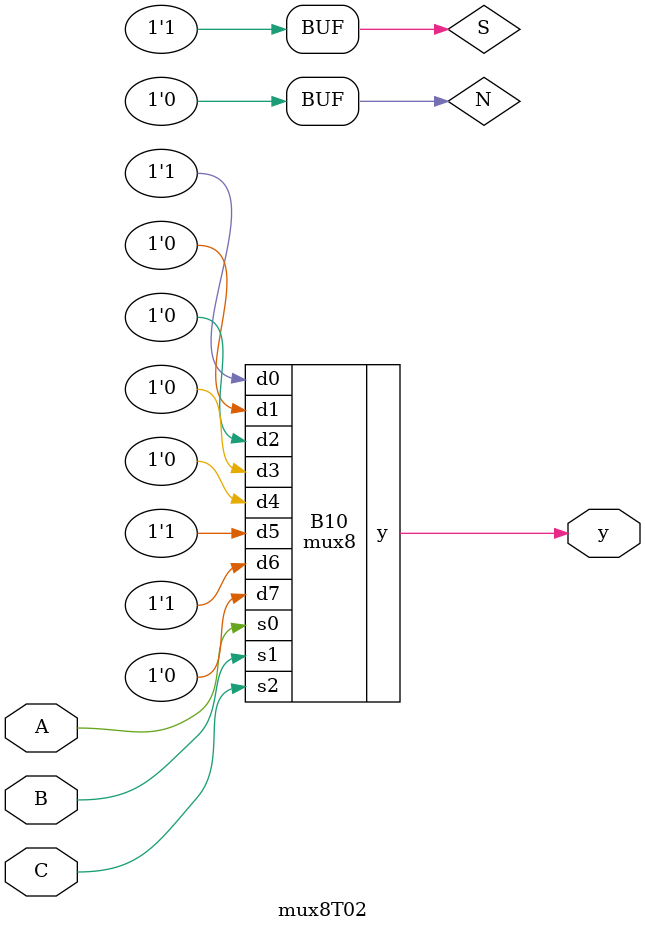
<source format=v>

module mux2(input wire d0 , d1, input wire s, output wire y);

	assign y = s ? d1 : d0;
endmodule

// Ejercicio04 MUX 4:1

module mux4(input wire d0, d1, d2, d3, input wire s0, s1, output wire y);
	wire y1, y2;
	
	mux2 M1(d2, d3, s0, y1);
	mux2 M2(d0, d1, s0, y2);
	mux2 M3(y2, y1, s1, y);

endmodule

// Ejercicio04 MUX 8:1

module mux8(input wire d0, d1, d2, d3, d4, d5, d6, d7, input wire s0, s1, s2, output wire y);
	wire y1, y2;
	
	mux4 M4(d4, d5, d6, d7, s1, s2, y1);
	mux4 M5(d0, d1, d2, d3, s1, s2, y2);
	mux2 M6(y2, y1, s0, y);

endmodule

// Ejercicio04 MUX 2:1 Tabla01

module mux2T01(input wire A, B, C, output wire y);
	wire d0, d1;
	assign d0 = (B ^ C);
	assign d1 = ~(B ^ C);
	mux2 B1(d0, d1, A, y);
endmodule

// Ejercicio04 MUX 4:1 Tabla01

module mux4T01(input wire A, B, C, output wire y);
	wire cn;
	assign cn = ~(C);
	mux4 B2(C, cn, cn, C, A, B, y);
endmodule

// Ejercicio04 MUX 8:1 Tabla01

module mux8T01(input wire A, B, C, output wire y);
	wire N, S;
	assign N = 0;
	assign S = 1;
	mux8 B3(N, S, S, N, S, N, N, S, A, B, C, y);
endmodule

// Ejercicio04 MUX 2:1 Tabla02

module mux2T02(input wire A, B, C, output wire y);
	wire d0, d1;
	assign d0 = ~(B | C);
	assign d1 = (B ^ C);
	mux2 B1(d0, d1, A, y);
endmodule

// Ejercicio04 MUX 4:1 Tabla02

module mux4T02(input wire A, B, C, output wire y);
	wire cn, N;
	assign N = 0;
	assign cn = ~(C);
	mux4 B2(cn, C, N, cn, A, B, y);
endmodule

// Ejercicio04 MUX 8:1 Tabla02

module mux8T02(input wire A, B, C, output wire y);
	wire N, S;
	assign N = 0;
	assign S = 1;
	mux8 B10(S, N, N, N, N, S, S, N, A, B, C, y);
endmodule
</source>
